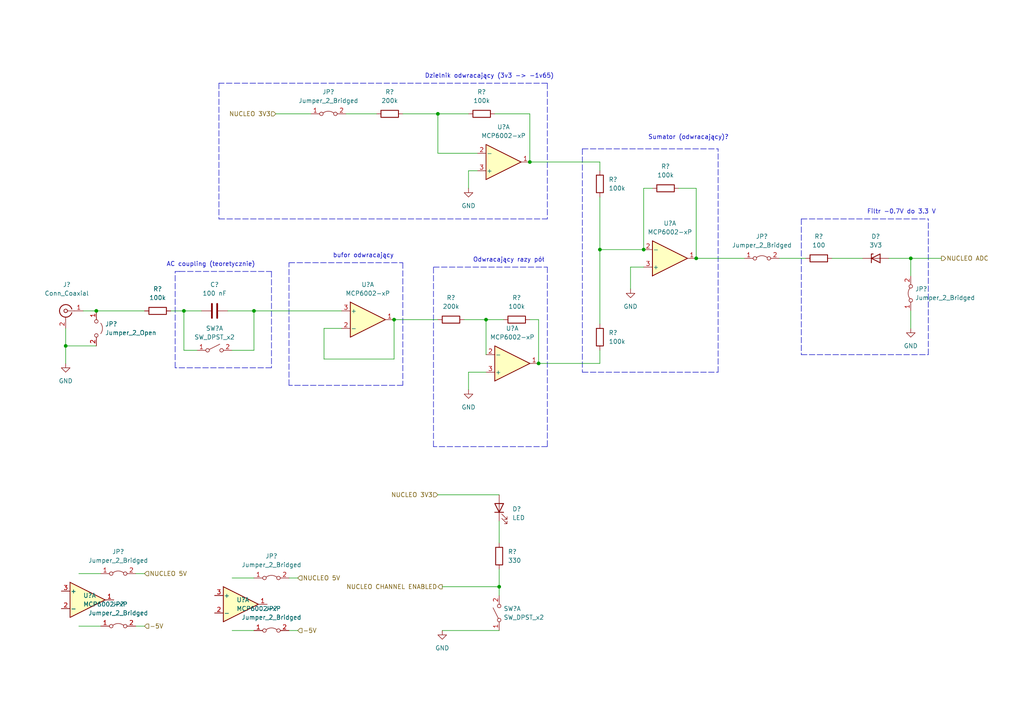
<source format=kicad_sch>
(kicad_sch (version 20211123) (generator eeschema)
  (paper "A4")
  (lib_symbols
    (symbol "Amplifier_Operational:MCP6002-xP" (pin_names (offset 0.127))
      (property "Reference" "U" (at 0 5.08 0))
      (property "Value" "MCP6002-xP" (at 0 -5.08 0))
      (symbol "MCP6002-xP_1_1"
        (polyline (pts (xy -5.08 5.08) (xy 5.08 0) (xy -5.08 -5.08) (xy -5.08 5.08)) (stroke (width 0.254)) (fill (type background)))
        (pin output line (at 7.62 0 180) (length 2.54) (name "~") (number "1"))
        (pin input line (at -7.62 -2.54 0) (length 2.54) (name "-") (number "2"))
        (pin input line (at -7.62 2.54 0) (length 2.54) (name "+") (number "3"))
      )
      (symbol "MCP6002-xP_2_1"
        (polyline (pts (xy -5.08 5.08) (xy 5.08 0) (xy -5.08 -5.08) (xy -5.08 5.08)) (stroke (width 0.254)) (fill (type background)))
        (pin input line (at -7.62 2.54 0) (length 2.54) (name "+") (number "5"))
        (pin input line (at -7.62 -2.54 0) (length 2.54) (name "-") (number "6"))
        (pin output line (at 7.62 0 180) (length 2.54) (name "~") (number "7"))
      )
      (symbol "MCP6002-xP_3_1"
        (pin power_in line (at -2.54 -7.62 90) (length 3.81) (name "V-") (number "4"))
        (pin power_in line (at -2.54 7.62 270) (length 3.81) (name "V+") (number "8"))
      )
    )
    (symbol "Connector:Conn_Coaxial" (pin_names (offset 1.016) hide)
      (property "Reference" "J" (at 0.254 3.048 0))
      (property "Value" "Conn_Coaxial" (at 2.921 0 90))
      (symbol "Conn_Coaxial_0_1"
        (arc (start -1.778 -0.508) (mid 0.222 -1.808) (end 1.778 0) (stroke (width 0.254)))
        (polyline (pts (xy -2.54 0) (xy -0.508 0)))
        (polyline (pts (xy 0 -2.54) (xy 0 -1.778)))
        (circle (center 0 0) (radius 0.508) (stroke (width 0.2032)))
        (arc (start 1.778 0) (mid 0.222 1.8083) (end -1.778 0.508) (stroke (width 0.254)))
      )
      (symbol "Conn_Coaxial_1_1"
        (pin passive line (at -5.08 0 0) (length 2.54) (name "In") (number "1"))
        (pin passive line (at 0 -5.08 90) (length 2.54) (name "Ext") (number "2"))
      )
    )
    (symbol "Device:C" (pin_numbers hide) (pin_names (offset 0.254))
      (property "Reference" "C" (at 0.635 2.54 0))
      (property "Value" "C" (at 0.635 -2.54 0))
      (symbol "C_0_1"
        (polyline (pts (xy -2.032 -0.762) (xy 2.032 -0.762)) (stroke (width 0.508)))
        (polyline (pts (xy -2.032 0.762) (xy 2.032 0.762)) (stroke (width 0.508)))
      )
      (symbol "C_1_1"
        (pin passive line (at 0 3.81 270) (length 2.794) (name "~") (number "1"))
        (pin passive line (at 0 -3.81 90) (length 2.794) (name "~") (number "2"))
      )
    )
    (symbol "Device:D_Zener" (pin_numbers hide) (pin_names (offset 1.016) hide)
      (property "Reference" "D" (at 0 2.54 0))
      (property "Value" "D_Zener" (at 0 -2.54 0))
      (symbol "D_Zener_0_1"
        (polyline (pts (xy 1.27 0) (xy -1.27 0)))
        (polyline (pts (xy -1.27 -1.27) (xy -1.27 1.27) (xy -0.762 1.27)) (stroke (width 0.254)))
        (polyline (pts (xy 1.27 -1.27) (xy 1.27 1.27) (xy -1.27 0) (xy 1.27 -1.27)) (stroke (width 0.254)))
      )
      (symbol "D_Zener_1_1"
        (pin passive line (at -3.81 0 0) (length 2.54) (name "K") (number "1"))
        (pin passive line (at 3.81 0 180) (length 2.54) (name "A") (number "2"))
      )
    )
    (symbol "Device:LED" (pin_numbers hide) (pin_names (offset 1.016) hide)
      (property "Reference" "D" (at 0 2.54 0))
      (property "Value" "LED" (at 0 -2.54 0))
      (symbol "LED_0_1"
        (polyline (pts (xy -1.27 -1.27) (xy -1.27 1.27)) (stroke (width 0.254)))
        (polyline (pts (xy -1.27 0) (xy 1.27 0)))
        (polyline (pts (xy 1.27 -1.27) (xy 1.27 1.27) (xy -1.27 0) (xy 1.27 -1.27)) (stroke (width 0.254)))
        (polyline (pts (xy -3.048 -0.762) (xy -4.572 -2.286) (xy -3.81 -2.286) (xy -4.572 -2.286) (xy -4.572 -1.524)))
        (polyline (pts (xy -1.778 -0.762) (xy -3.302 -2.286) (xy -2.54 -2.286) (xy -3.302 -2.286) (xy -3.302 -1.524)))
      )
      (symbol "LED_1_1"
        (pin passive line (at -3.81 0 0) (length 2.54) (name "K") (number "1"))
        (pin passive line (at 3.81 0 180) (length 2.54) (name "A") (number "2"))
      )
    )
    (symbol "Device:R" (pin_numbers hide) (pin_names (offset 0))
      (property "Reference" "R" (at 2.032 0 90))
      (property "Value" "R" (at 0 0 90))
      (symbol "R_0_1"
        (rectangle (start -1.016 -2.54) (end 1.016 2.54) (stroke (width 0.254)))
      )
      (symbol "R_1_1"
        (pin passive line (at 0 3.81 270) (length 1.27) (name "~") (number "1"))
        (pin passive line (at 0 -3.81 90) (length 1.27) (name "~") (number "2"))
      )
    )
    (symbol "Jumper:Jumper_2_Bridged" (pin_names (offset 0) hide)
      (property "Reference" "JP" (at 0 1.905 0))
      (property "Value" "Jumper_2_Bridged" (at 0 -2.54 0))
      (symbol "Jumper_2_Bridged_0_0"
        (circle (center -2.032 0) (radius 0.508))
        (circle (center 2.032 0) (radius 0.508))
      )
      (symbol "Jumper_2_Bridged_0_1"
        (arc (start 1.524 0.254) (mid 0 0.762) (end -1.524 0.254))
      )
      (symbol "Jumper_2_Bridged_1_1"
        (pin passive line (at -5.08 0 0) (length 2.54) (name "A") (number "1"))
        (pin passive line (at 5.08 0 180) (length 2.54) (name "B") (number "2"))
      )
    )
    (symbol "Jumper:Jumper_2_Open" (pin_names (offset 0) hide)
      (property "Reference" "JP" (at 0 2.794 0))
      (property "Value" "Jumper_2_Open" (at 0 -2.286 0))
      (symbol "Jumper_2_Open_0_0"
        (circle (center -2.032 0) (radius 0.508))
        (circle (center 2.032 0) (radius 0.508))
      )
      (symbol "Jumper_2_Open_0_1"
        (arc (start 1.524 1.27) (mid 0 1.778) (end -1.524 1.27))
      )
      (symbol "Jumper_2_Open_1_1"
        (pin passive line (at -5.08 0 0) (length 2.54) (name "A") (number "1"))
        (pin passive line (at 5.08 0 180) (length 2.54) (name "B") (number "2"))
      )
    )
    (symbol "Switch:SW_DPST_x2" (pin_names (offset 0) hide)
      (property "Reference" "SW" (at 0 3.175 0))
      (property "Value" "SW_DPST_x2" (at 0 -2.54 0))
      (symbol "SW_DPST_x2_0_0"
        (circle (center -2.032 0) (radius 0.508))
        (polyline (pts (xy -1.524 0.254) (xy 1.524 1.778)))
        (circle (center 2.032 0) (radius 0.508))
      )
      (symbol "SW_DPST_x2_1_1"
        (pin passive line (at -5.08 0 0) (length 2.54) (name "A") (number "1"))
        (pin passive line (at 5.08 0 180) (length 2.54) (name "B") (number "2"))
      )
      (symbol "SW_DPST_x2_2_1"
        (pin passive line (at -5.08 0 0) (length 2.54) (name "A") (number "3"))
        (pin passive line (at 5.08 0 180) (length 2.54) (name "B") (number "4"))
      )
    )
    (symbol "power:GND" (power) (pin_names (offset 0))
      (property "Value" "GND" (at 0 -3.81 0))
      (symbol "GND_0_1"
        (polyline (pts (xy 0 0) (xy 0 -1.27) (xy 1.27 -1.27) (xy 0 -2.54) (xy -1.27 -1.27) (xy 0 -1.27)))
      )
      (symbol "GND_1_1"
        (pin power_in line (at 0 0 270) (length 0) hide (name "GND") (number "1"))
      )
    )
  )
  (junction (at 127 33.02))
  (junction (at 156.21 105.41))
  (junction (at 144.78 170.18))
  (junction (at 201.93 74.93))
  (junction (at 19.05 100.33))
  (junction (at 186.69 72.39))
  (junction (at 264.16 74.93))
  (junction (at 27.94 90.17))
  (junction (at 73.66 90.17))
  (junction (at 114.3 92.71))
  (junction (at 53.34 90.17))
  (junction (at 140.97 92.71))
  (junction (at 173.99 72.39))
  (junction (at 153.67 46.99))
  (polyline (pts (xy 125.73 77.47) (xy 158.75 77.47)))
  (wire (pts (xy 264.16 80.01) (xy 264.16 74.93)))
  (wire (pts (xy 67.31 182.88) (xy 73.66 182.88)))
  (polyline (pts (xy 78.74 78.74) (xy 78.74 106.68)))
  (polyline (pts (xy 232.41 63.5) (xy 232.41 102.87)))
  (wire (pts (xy 264.16 74.93) (xy 273.05 74.93)))
  (polyline (pts (xy 232.41 63.5) (xy 269.24 63.5)))
  (wire (pts (xy 73.66 90.17) (xy 99.06 90.17)))
  (wire (pts (xy 144.78 170.18) (xy 144.78 172.72)))
  (wire (pts (xy 109.22 33.02) (xy 100.33 33.02)))
  (polyline (pts (xy 168.91 43.18) (xy 168.91 107.95)))
  (wire (pts (xy 135.89 107.95) (xy 135.89 113.03)))
  (polyline (pts (xy 208.28 107.95) (xy 208.28 43.18)))
  (wire (pts (xy 173.99 72.39) (xy 186.69 72.39)))
  (polyline (pts (xy 78.74 106.68) (xy 50.8 106.68)))
  (polyline (pts (xy 50.8 78.74) (xy 52.07 78.74)))
  (polyline (pts (xy 83.82 111.76) (xy 83.82 76.2)))
  (polyline (pts (xy 168.91 43.18) (xy 208.28 43.18)))
  (polyline (pts (xy 50.8 106.68) (xy 50.8 78.74)))
  (wire (pts (xy 226.06 74.93) (xy 233.68 74.93)))
  (wire (pts (xy 134.62 92.71) (xy 140.97 92.71)))
  (wire (pts (xy 49.53 90.17) (xy 53.34 90.17)))
  (polyline (pts (xy 168.91 107.95) (xy 208.28 107.95)))
  (wire (pts (xy 140.97 102.87) (xy 140.97 92.71)))
  (wire (pts (xy 156.21 92.71) (xy 153.67 92.71)))
  (wire (pts (xy 114.3 92.71) (xy 114.3 104.14)))
  (wire (pts (xy 83.82 182.88) (xy 86.36 182.88)))
  (wire (pts (xy 257.81 74.93) (xy 264.16 74.93)))
  (wire (pts (xy 144.78 151.13) (xy 144.78 157.48)))
  (polyline (pts (xy 63.5 24.13) (xy 63.5 63.5)))
  (polyline (pts (xy 52.07 78.74) (xy 78.74 78.74)))
  (wire (pts (xy 90.17 33.02) (xy 80.01 33.02)))
  (wire (pts (xy 201.93 54.61) (xy 196.85 54.61)))
  (wire (pts (xy 135.89 49.53) (xy 135.89 54.61)))
  (polyline (pts (xy 158.75 77.47) (xy 158.75 129.54)))
  (wire (pts (xy 19.05 95.25) (xy 19.05 100.33)))
  (wire (pts (xy 73.66 90.17) (xy 73.66 101.6)))
  (wire (pts (xy 138.43 49.53) (xy 135.89 49.53)))
  (wire (pts (xy 57.15 101.6) (xy 53.34 101.6)))
  (wire (pts (xy 182.88 77.47) (xy 182.88 83.82)))
  (wire (pts (xy 264.16 95.25) (xy 264.16 90.17)))
  (wire (pts (xy 73.66 101.6) (xy 67.31 101.6)))
  (wire (pts (xy 22.86 166.37) (xy 29.21 166.37)))
  (wire (pts (xy 27.94 90.17) (xy 41.91 90.17)))
  (wire (pts (xy 53.34 90.17) (xy 58.42 90.17)))
  (polyline (pts (xy 116.84 111.76) (xy 83.82 111.76)))
  (wire (pts (xy 127 44.45) (xy 138.43 44.45)))
  (wire (pts (xy 93.98 104.14) (xy 93.98 95.25)))
  (wire (pts (xy 83.82 167.64) (xy 86.36 167.64)))
  (wire (pts (xy 67.31 167.64) (xy 73.66 167.64)))
  (wire (pts (xy 156.21 92.71) (xy 156.21 105.41)))
  (polyline (pts (xy 158.75 24.13) (xy 158.75 63.5)))
  (polyline (pts (xy 158.75 24.13) (xy 63.5 24.13)))
  (wire (pts (xy 144.78 182.88) (xy 128.27 182.88)))
  (wire (pts (xy 66.04 90.17) (xy 73.66 90.17)))
  (wire (pts (xy 144.78 165.1) (xy 144.78 170.18)))
  (wire (pts (xy 153.67 46.99) (xy 153.67 33.02)))
  (wire (pts (xy 39.37 166.37) (xy 41.91 166.37)))
  (wire (pts (xy 241.3 74.93) (xy 250.19 74.93)))
  (wire (pts (xy 93.98 95.25) (xy 99.06 95.25)))
  (wire (pts (xy 39.37 181.61) (xy 41.91 181.61)))
  (wire (pts (xy 140.97 107.95) (xy 135.89 107.95)))
  (wire (pts (xy 19.05 100.33) (xy 27.94 100.33)))
  (wire (pts (xy 24.13 90.17) (xy 27.94 90.17)))
  (wire (pts (xy 173.99 46.99) (xy 153.67 46.99)))
  (wire (pts (xy 189.23 54.61) (xy 186.69 54.61)))
  (wire (pts (xy 140.97 92.71) (xy 146.05 92.71)))
  (wire (pts (xy 173.99 57.15) (xy 173.99 72.39)))
  (polyline (pts (xy 125.73 129.54) (xy 125.73 77.47)))
  (polyline (pts (xy 232.41 102.87) (xy 269.24 102.87)))
  (wire (pts (xy 127 143.51) (xy 144.78 143.51)))
  (wire (pts (xy 19.05 100.33) (xy 19.05 105.41)))
  (wire (pts (xy 173.99 49.53) (xy 173.99 46.99)))
  (polyline (pts (xy 63.5 63.5) (xy 158.75 63.5)))
  (wire (pts (xy 201.93 74.93) (xy 201.93 54.61)))
  (polyline (pts (xy 269.24 102.87) (xy 269.24 63.5)))
  (wire (pts (xy 53.34 101.6) (xy 53.34 90.17)))
  (wire (pts (xy 127 33.02) (xy 135.89 33.02)))
  (wire (pts (xy 128.27 170.18) (xy 144.78 170.18)))
  (wire (pts (xy 22.86 181.61) (xy 29.21 181.61)))
  (wire (pts (xy 173.99 101.6) (xy 173.99 105.41)))
  (wire (pts (xy 215.9 74.93) (xy 201.93 74.93)))
  (wire (pts (xy 127 33.02) (xy 127 44.45)))
  (wire (pts (xy 173.99 72.39) (xy 173.99 93.98)))
  (polyline (pts (xy 116.84 76.2) (xy 116.84 111.76)))
  (polyline (pts (xy 83.82 76.2) (xy 116.84 76.2)))
  (wire (pts (xy 114.3 92.71) (xy 127 92.71)))
  (wire (pts (xy 116.84 33.02) (xy 127 33.02)))
  (wire (pts (xy 153.67 33.02) (xy 143.51 33.02)))
  (polyline (pts (xy 158.75 129.54) (xy 125.73 129.54)))
  (wire (pts (xy 186.69 77.47) (xy 182.88 77.47)))
  (wire (pts (xy 173.99 105.41) (xy 156.21 105.41)))
  (wire (pts (xy 186.69 54.61) (xy 186.69 72.39)))
  (wire (pts (xy 114.3 104.14) (xy 93.98 104.14)))
  (text "bufor odwracający" (at 96.52 74.93 0) (effects (font (size 1.27 1.27)) (justify left bottom)))
  (text "Dzielnik odwracający (3v3 -> -1v65)" (at 123.19 22.86 0) (effects (font (size 1.27 1.27)) (justify left bottom)))
  (text "Sumator (odwracający)?" (at 187.96 40.64 0) (effects (font (size 1.27 1.27)) (justify left bottom)))
  (text "AC coupling (teoretycznie)" (at 48.26 77.47 0) (effects (font (size 1.27 1.27)) (justify left bottom)))
  (text "Odwracający razy pół" (at 137.16 76.2 0) (effects (font (size 1.27 1.27)) (justify left bottom)))
  (text "Filtr -0.7V do 3.3 V" (at 251.46 62.23 0) (effects (font (size 1.27 1.27)) (justify left bottom)))
  (hierarchical_label "NUCLEO ADC" (shape output) (at 273.05 74.93 0))
  (hierarchical_label "-5V" (shape input) (at 86.36 182.88 0))
  (hierarchical_label "NUCLEO 5V" (shape input) (at 86.36 167.64 0))
  (hierarchical_label "NUCLEO 3V3" (shape input) (at 80.01 33.02 180))
  (hierarchical_label "NUCLEO 5V" (shape input) (at 41.91 166.37 0))
  (hierarchical_label "NUCLEO 3V3" (shape input) (at 127 143.51 180))
  (hierarchical_label "-5V" (shape input) (at 41.91 181.61 0))
  (hierarchical_label "NUCLEO CHANNEL ENABLED" (shape output) (at 128.27 170.18 180))
  (symbol (lib_id "power:GND") (at 264.16 95.25 0)
    (property "Reference" "#PWR?" (effects hide))
    (property "Value" "GND" (at 264.16 100.33 0))
  )
  (symbol (lib_id "Jumper:Jumper_2_Bridged") (at 78.74 182.88 0)
    (property "Reference" "JP?" (at 78.74 176.53 0))
    (property "Value" "Jumper_2_Bridged" (at 78.74 179.07 0))
  )
  (symbol (lib_id "power:GND") (at 182.88 83.82 0)
    (property "Reference" "#PWR?" (effects hide))
    (property "Value" "GND" (at 182.88 88.9 0))
  )
  (symbol (lib_id "Amplifier_Operational:MCP6002-xP") (at 25.4 173.99 0)
    (property "Reference" "U?" (at 24.13 172.7199 0) (effects (justify left)))
    (property "Value" "MCP6002-xP" (at 24.13 175.2599 0) (effects (justify left)))
    (property "Datasheet" "http://ww1.microchip.com/downloads/en/DeviceDoc/21733j.pdf" (effects hide))
  )
  (symbol (lib_id "Connector:Conn_Coaxial") (at 19.05 90.17 0) (mirror y)
    (property "Reference" "J?" (at 19.3674 82.55 0))
    (property "Value" "Conn_Coaxial" (at 19.3674 85.09 0))
    (property "Datasheet" " ~" (effects hide))
  )
  (symbol (lib_id "Switch:SW_DPST_x2") (at 62.23 101.6 0)
    (property "Reference" "SW?" (at 62.23 95.25 0))
    (property "Value" "SW_DPST_x2" (at 62.23 97.79 0))
  )
  (symbol (lib_id "power:GND") (at 19.05 105.41 0)
    (property "Reference" "#PWR?" (effects hide))
    (property "Value" "GND" (at 19.05 110.49 0))
  )
  (symbol (lib_id "Device:R") (at 113.03 33.02 270)
    (property "Reference" "R?" (at 113.03 26.67 90))
    (property "Value" "200k" (at 113.03 29.21 90))
  )
  (symbol (lib_id "Device:R") (at 144.78 161.29 180)
    (property "Reference" "R?" (at 147.32 160.0199 0) (effects (justify right)))
    (property "Value" "330" (at 147.32 162.5599 0) (effects (justify right)))
  )
  (symbol (lib_id "Amplifier_Operational:MCP6002-xP") (at 148.59 105.41 0) (mirror x)
    (property "Reference" "U?" (at 148.59 95.25 0))
    (property "Value" "MCP6002-xP" (at 148.59 97.79 0))
    (property "Datasheet" "http://ww1.microchip.com/downloads/en/DeviceDoc/21733j.pdf" (effects hide))
  )
  (symbol (lib_id "power:GND") (at 135.89 113.03 0)
    (property "Reference" "#PWR?" (effects hide))
    (property "Value" "GND" (at 135.89 118.11 0))
  )
  (symbol (lib_id "Device:R") (at 173.99 53.34 180)
    (property "Reference" "R?" (at 176.53 52.0699 0) (effects (justify right)))
    (property "Value" "100k" (at 176.53 54.6099 0) (effects (justify right)))
  )
  (symbol (lib_id "Device:R") (at 193.04 54.61 90)
    (property "Reference" "R?" (at 193.04 48.26 90))
    (property "Value" "100k" (at 193.04 50.8 90))
  )
  (symbol (lib_id "Switch:SW_DPST_x2") (at 144.78 177.8 90)
    (property "Reference" "SW?" (at 146.05 176.5299 90) (effects (justify right)))
    (property "Value" "SW_DPST_x2" (at 146.05 179.0699 90) (effects (justify right)))
  )
  (symbol (lib_id "Jumper:Jumper_2_Bridged") (at 264.16 85.09 90)
    (property "Reference" "JP?" (at 265.43 83.8199 90) (effects (justify right)))
    (property "Value" "Jumper_2_Bridged" (at 265.43 86.3599 90) (effects (justify right)))
  )
  (symbol (lib_id "Amplifier_Operational:MCP6002-xP") (at 194.31 74.93 0) (mirror x)
    (property "Reference" "U?" (at 194.31 64.77 0))
    (property "Value" "MCP6002-xP" (at 194.31 67.31 0))
    (property "Datasheet" "http://ww1.microchip.com/downloads/en/DeviceDoc/21733j.pdf" (effects hide))
  )
  (symbol (lib_id "Jumper:Jumper_2_Bridged") (at 95.25 33.02 0)
    (property "Reference" "JP?" (at 95.25 26.67 0))
    (property "Value" "Jumper_2_Bridged" (at 95.25 29.21 0))
  )
  (symbol (lib_id "Device:R") (at 237.49 74.93 90)
    (property "Reference" "R?" (at 237.49 68.58 90))
    (property "Value" "100" (at 237.49 71.12 90))
  )
  (symbol (lib_id "Amplifier_Operational:MCP6002-xP") (at 69.85 175.26 0)
    (property "Reference" "U?" (at 68.58 173.9899 0) (effects (justify left)))
    (property "Value" "MCP6002-xP" (at 68.58 176.5299 0) (effects (justify left)))
    (property "Datasheet" "http://ww1.microchip.com/downloads/en/DeviceDoc/21733j.pdf" (effects hide))
  )
  (symbol (lib_id "Device:R") (at 173.99 97.79 180)
    (property "Reference" "R?" (at 176.53 96.5199 0) (effects (justify right)))
    (property "Value" "100k" (at 176.53 99.0599 0) (effects (justify right)))
  )
  (symbol (lib_id "Device:C") (at 62.23 90.17 90)
    (property "Reference" "C?" (at 62.23 82.55 90))
    (property "Value" "100 nF" (at 62.23 85.09 90))
  )
  (symbol (lib_id "Device:LED") (at 144.78 147.32 90)
    (property "Reference" "D?" (at 148.59 147.6374 90) (effects (justify right)))
    (property "Value" "LED" (at 148.59 150.1774 90) (effects (justify right)))
  )
  (symbol (lib_id "Jumper:Jumper_2_Bridged") (at 34.29 166.37 0)
    (property "Reference" "JP?" (at 34.29 160.02 0))
    (property "Value" "Jumper_2_Bridged" (at 34.29 162.56 0))
  )
  (symbol (lib_id "Jumper:Jumper_2_Bridged") (at 78.74 167.64 0)
    (property "Reference" "JP?" (at 78.74 161.29 0))
    (property "Value" "Jumper_2_Bridged" (at 78.74 163.83 0))
  )
  (symbol (lib_id "Jumper:Jumper_2_Bridged") (at 34.29 181.61 0)
    (property "Reference" "JP?" (at 34.29 175.26 0))
    (property "Value" "Jumper_2_Bridged" (at 34.29 177.8 0))
  )
  (symbol (lib_id "Device:R") (at 130.81 92.71 90)
    (property "Reference" "R?" (at 130.81 86.36 90))
    (property "Value" "200k" (at 130.81 88.9 90))
  )
  (symbol (lib_id "Jumper:Jumper_2_Bridged") (at 220.98 74.93 0)
    (property "Reference" "JP?" (at 220.98 68.58 0))
    (property "Value" "Jumper_2_Bridged" (at 220.98 71.12 0))
  )
  (symbol (lib_id "Device:R") (at 45.72 90.17 90)
    (property "Reference" "R?" (at 45.72 83.82 90))
    (property "Value" "100k" (at 45.72 86.36 90))
  )
  (symbol (lib_id "power:GND") (at 135.89 54.61 0)
    (property "Reference" "#PWR?" (effects hide))
    (property "Value" "GND" (at 135.89 59.69 0))
  )
  (symbol (lib_id "Device:R") (at 139.7 33.02 270)
    (property "Reference" "R?" (at 139.7 26.67 90))
    (property "Value" "100k" (at 139.7 29.21 90))
  )
  (symbol (lib_id "power:GND") (at 128.27 182.88 0)
    (property "Reference" "#PWR?" (effects hide))
    (property "Value" "GND" (at 128.27 187.96 0))
  )
  (symbol (lib_id "Device:R") (at 149.86 92.71 90)
    (property "Reference" "R?" (at 149.86 86.36 90))
    (property "Value" "100k" (at 149.86 88.9 90))
  )
  (symbol (lib_id "Amplifier_Operational:MCP6002-xP") (at 106.68 92.71 0)
    (property "Reference" "U?" (at 106.68 82.55 0))
    (property "Value" "MCP6002-xP" (at 106.68 85.09 0))
    (property "Datasheet" "http://ww1.microchip.com/downloads/en/DeviceDoc/21733j.pdf" (effects hide))
  )
  (symbol (lib_id "Device:D_Zener") (at 254 74.93 0)
    (property "Reference" "D?" (at 254 68.58 0))
    (property "Value" "3V3" (at 254 71.12 0))
  )
  (symbol (lib_id "Amplifier_Operational:MCP6002-xP") (at 146.05 46.99 0) (mirror x)
    (property "Reference" "U?" (at 146.05 36.83 0))
    (property "Value" "MCP6002-xP" (at 146.05 39.37 0))
    (property "Datasheet" "http://ww1.microchip.com/downloads/en/DeviceDoc/21733j.pdf" (effects hide))
  )
  (symbol (lib_id "Jumper:Jumper_2_Open") (at 27.94 95.25 270)
    (property "Reference" "JP?" (at 30.48 93.9799 90) (effects (justify left)))
    (property "Value" "Jumper_2_Open" (at 30.48 96.5199 90) (effects (justify left)))
  )
)
</source>
